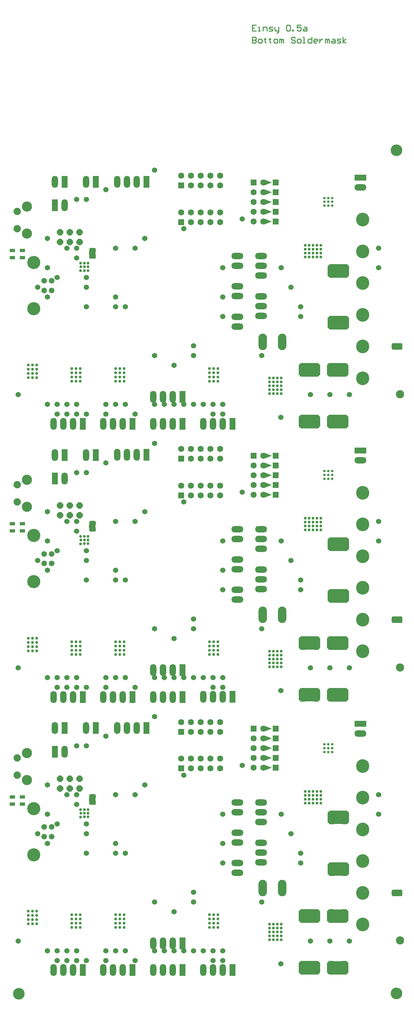
<source format=gbs>
G04 Layer_Color=16711935*
%FSLAX24Y24*%
%MOIN*%
G70*
G01*
G75*
%ADD12C,0.0100*%
%ADD120C,0.0300*%
%ADD125C,0.0840*%
%ADD219C,0.0631*%
G04:AMPARAMS|DCode=222|XSize=118.7mil|YSize=118.7mil|CornerRadius=59.4mil|HoleSize=0mil|Usage=FLASHONLY|Rotation=90.000|XOffset=0mil|YOffset=0mil|HoleType=Round|Shape=RoundedRectangle|*
%AMROUNDEDRECTD222*
21,1,0.1187,0.0000,0,0,90.0*
21,1,0.0000,0.1187,0,0,90.0*
1,1,0.1187,0.0000,0.0000*
1,1,0.1187,0.0000,0.0000*
1,1,0.1187,0.0000,0.0000*
1,1,0.1187,0.0000,0.0000*
%
%ADD222ROUNDEDRECTD222*%
G04:AMPARAMS|DCode=268|XSize=54mil|YSize=54mil|CornerRadius=27mil|HoleSize=0mil|Usage=FLASHONLY|Rotation=270.000|XOffset=0mil|YOffset=0mil|HoleType=Round|Shape=RoundedRectangle|*
%AMROUNDEDRECTD268*
21,1,0.0540,0.0000,0,0,270.0*
21,1,0.0000,0.0540,0,0,270.0*
1,1,0.0540,0.0000,0.0000*
1,1,0.0540,0.0000,0.0000*
1,1,0.0540,0.0000,0.0000*
1,1,0.0540,0.0000,0.0000*
%
%ADD268ROUNDEDRECTD268*%
%ADD274O,0.1340X0.1400*%
%ADD275R,0.0631X0.0631*%
%ADD276C,0.0631*%
%ADD277O,0.0640X0.1240*%
%ADD278R,0.0640X0.1240*%
%ADD279R,0.0631X0.0631*%
%ADD280O,0.1240X0.0640*%
%ADD281O,0.0865X0.1690*%
%ADD282P,0.0714X8X22.5*%
%ADD283C,0.1345*%
%ADD284C,0.0580*%
%ADD285C,0.1040*%
%ADD286P,0.0801X8X292.5*%
G04:AMPARAMS|DCode=287|XSize=137mil|YSize=87mil|CornerRadius=0mil|HoleSize=0mil|Usage=FLASHONLY|Rotation=270.000|XOffset=0mil|YOffset=0mil|HoleType=Round|Shape=Octagon|*
%AMOCTAGOND287*
4,1,8,-0.0217,-0.0685,0.0217,-0.0685,0.0435,-0.0467,0.0435,0.0467,0.0217,0.0685,-0.0217,0.0685,-0.0435,0.0467,-0.0435,-0.0467,-0.0217,-0.0685,0.0*
%
%ADD287OCTAGOND287*%

%ADD288R,0.1240X0.0640*%
%ADD289C,0.0260*%
%ADD290R,0.0704X0.0354*%
%ADD291R,0.0354X0.0704*%
%ADD292R,0.0532X0.0375*%
%ADD293R,0.0631X0.0631*%
G04:AMPARAMS|DCode=294|XSize=54mil|YSize=54mil|CornerRadius=27mil|HoleSize=0mil|Usage=FLASHONLY|Rotation=0.000|XOffset=0mil|YOffset=0mil|HoleType=Round|Shape=RoundedRectangle|*
%AMROUNDEDRECTD294*
21,1,0.0540,0.0000,0,0,0.0*
21,1,0.0000,0.0540,0,0,0.0*
1,1,0.0540,0.0000,0.0000*
1,1,0.0540,0.0000,0.0000*
1,1,0.0540,0.0000,0.0000*
1,1,0.0540,0.0000,0.0000*
%
%ADD294ROUNDEDRECTD294*%
G04:AMPARAMS|DCode=295|XSize=50mil|YSize=67mil|CornerRadius=13.5mil|HoleSize=0mil|Usage=FLASHONLY|Rotation=270.000|XOffset=0mil|YOffset=0mil|HoleType=Round|Shape=RoundedRectangle|*
%AMROUNDEDRECTD295*
21,1,0.0500,0.0400,0,0,270.0*
21,1,0.0230,0.0670,0,0,270.0*
1,1,0.0270,-0.0200,-0.0115*
1,1,0.0270,-0.0200,0.0115*
1,1,0.0270,0.0200,0.0115*
1,1,0.0270,0.0200,-0.0115*
%
%ADD295ROUNDEDRECTD295*%
G04:AMPARAMS|DCode=296|XSize=50mil|YSize=67mil|CornerRadius=13.5mil|HoleSize=0mil|Usage=FLASHONLY|Rotation=180.000|XOffset=0mil|YOffset=0mil|HoleType=Round|Shape=RoundedRectangle|*
%AMROUNDEDRECTD296*
21,1,0.0500,0.0400,0,0,180.0*
21,1,0.0230,0.0670,0,0,180.0*
1,1,0.0270,-0.0115,0.0200*
1,1,0.0270,0.0115,0.0200*
1,1,0.0270,0.0115,-0.0200*
1,1,0.0270,-0.0115,-0.0200*
%
%ADD296ROUNDEDRECTD296*%
G36*
X29754Y84438D02*
X28964Y84138D01*
X29084Y84258D01*
Y84618D01*
X28964Y84738D01*
X29754Y84438D01*
D02*
G37*
G36*
Y83438D02*
X28964Y83138D01*
X29084Y83258D01*
Y83618D01*
X28964Y83738D01*
X29754Y83438D01*
D02*
G37*
G36*
Y82438D02*
X28964Y82138D01*
X29084Y82258D01*
Y82618D01*
X28964Y82738D01*
X29754Y82438D01*
D02*
G37*
G36*
Y81438D02*
X28964Y81138D01*
X29084Y81258D01*
Y81618D01*
X28964Y81738D01*
X29754Y81438D01*
D02*
G37*
G36*
Y80438D02*
X28964Y80138D01*
X29084Y80258D01*
Y80618D01*
X28964Y80738D01*
X29754Y80438D01*
D02*
G37*
G36*
X37017Y74667D02*
X36107D01*
Y76057D01*
X37017D01*
Y74667D01*
D02*
G37*
G36*
Y69367D02*
X36107D01*
Y70757D01*
X37017D01*
Y69367D01*
D02*
G37*
G36*
X34067Y64541D02*
X33157D01*
Y65931D01*
X34067D01*
Y64541D01*
D02*
G37*
G36*
X36967Y64537D02*
X36057D01*
Y65927D01*
X36967D01*
Y64537D01*
D02*
G37*
G36*
X34067Y59241D02*
X33157D01*
Y60631D01*
X34067D01*
Y59241D01*
D02*
G37*
G36*
X36967Y59237D02*
X36057D01*
Y60627D01*
X36967D01*
Y59237D01*
D02*
G37*
G36*
X29754Y56446D02*
X28964Y56146D01*
X29084Y56266D01*
Y56626D01*
X28964Y56746D01*
X29754Y56446D01*
D02*
G37*
G36*
Y55446D02*
X28964Y55146D01*
X29084Y55266D01*
Y55626D01*
X28964Y55746D01*
X29754Y55446D01*
D02*
G37*
G36*
Y54446D02*
X28964Y54146D01*
X29084Y54266D01*
Y54626D01*
X28964Y54746D01*
X29754Y54446D01*
D02*
G37*
G36*
Y53446D02*
X28964Y53146D01*
X29084Y53266D01*
Y53626D01*
X28964Y53746D01*
X29754Y53446D01*
D02*
G37*
G36*
Y52446D02*
X28964Y52146D01*
X29084Y52266D01*
Y52626D01*
X28964Y52746D01*
X29754Y52446D01*
D02*
G37*
G36*
X37017Y46675D02*
X36107D01*
Y48065D01*
X37017D01*
Y46675D01*
D02*
G37*
G36*
Y41375D02*
X36107D01*
Y42765D01*
X37017D01*
Y41375D01*
D02*
G37*
G36*
X34067Y36549D02*
X33157D01*
Y37939D01*
X34067D01*
Y36549D01*
D02*
G37*
G36*
X36967Y36545D02*
X36057D01*
Y37935D01*
X36967D01*
Y36545D01*
D02*
G37*
G36*
X34067Y31249D02*
X33157D01*
Y32639D01*
X34067D01*
Y31249D01*
D02*
G37*
G36*
X36967Y31245D02*
X36057D01*
Y32635D01*
X36967D01*
Y31245D01*
D02*
G37*
G36*
X29754Y28454D02*
X28964Y28154D01*
X29084Y28274D01*
Y28634D01*
X28964Y28754D01*
X29754Y28454D01*
D02*
G37*
G36*
Y27454D02*
X28964Y27154D01*
X29084Y27274D01*
Y27634D01*
X28964Y27754D01*
X29754Y27454D01*
D02*
G37*
G36*
Y26454D02*
X28964Y26154D01*
X29084Y26274D01*
Y26634D01*
X28964Y26754D01*
X29754Y26454D01*
D02*
G37*
G36*
Y25454D02*
X28964Y25154D01*
X29084Y25274D01*
Y25634D01*
X28964Y25754D01*
X29754Y25454D01*
D02*
G37*
G36*
Y24454D02*
X28964Y24154D01*
X29084Y24274D01*
Y24634D01*
X28964Y24754D01*
X29754Y24454D01*
D02*
G37*
G36*
X37017Y18683D02*
X36107D01*
Y20073D01*
X37017D01*
Y18683D01*
D02*
G37*
G36*
Y13383D02*
X36107D01*
Y14773D01*
X37017D01*
Y13383D01*
D02*
G37*
G36*
X34067Y8557D02*
X33157D01*
Y9947D01*
X34067D01*
Y8557D01*
D02*
G37*
G36*
X36967Y8553D02*
X36057D01*
Y9943D01*
X36967D01*
Y8553D01*
D02*
G37*
G36*
X34067Y3257D02*
X33157D01*
Y4647D01*
X34067D01*
Y3257D01*
D02*
G37*
G36*
X36967Y3253D02*
X36057D01*
Y4643D01*
X36967D01*
Y3253D01*
D02*
G37*
G54D12*
X27728Y99328D02*
Y98728D01*
X28028D01*
X28128Y98828D01*
Y98928D01*
X28028Y99028D01*
X27728D01*
X28028D01*
X28128Y99128D01*
Y99228D01*
X28028Y99328D01*
X27728D01*
X28428Y98728D02*
X28628D01*
X28728Y98828D01*
Y99028D01*
X28628Y99128D01*
X28428D01*
X28328Y99028D01*
Y98828D01*
X28428Y98728D01*
X29028Y99228D02*
Y99128D01*
X28928D01*
X29128D01*
X29028D01*
Y98828D01*
X29128Y98728D01*
X29528Y99228D02*
Y99128D01*
X29428D01*
X29628D01*
X29528D01*
Y98828D01*
X29628Y98728D01*
X30028D02*
X30228D01*
X30328Y98828D01*
Y99028D01*
X30228Y99128D01*
X30028D01*
X29928Y99028D01*
Y98828D01*
X30028Y98728D01*
X30527D02*
Y99128D01*
X30627D01*
X30727Y99028D01*
Y98728D01*
Y99028D01*
X30827Y99128D01*
X30927Y99028D01*
Y98728D01*
X32127Y99228D02*
X32027Y99328D01*
X31827D01*
X31727Y99228D01*
Y99128D01*
X31827Y99028D01*
X32027D01*
X32127Y98928D01*
Y98828D01*
X32027Y98728D01*
X31827D01*
X31727Y98828D01*
X32427Y98728D02*
X32627D01*
X32727Y98828D01*
Y99028D01*
X32627Y99128D01*
X32427D01*
X32327Y99028D01*
Y98828D01*
X32427Y98728D01*
X32927D02*
X33127D01*
X33027D01*
Y99328D01*
X32927D01*
X33826D02*
Y98728D01*
X33526D01*
X33426Y98828D01*
Y99028D01*
X33526Y99128D01*
X33826D01*
X34326Y98728D02*
X34126D01*
X34026Y98828D01*
Y99028D01*
X34126Y99128D01*
X34326D01*
X34426Y99028D01*
Y98928D01*
X34026D01*
X34626Y99128D02*
Y98728D01*
Y98928D01*
X34726Y99028D01*
X34826Y99128D01*
X34926D01*
X35226Y98728D02*
Y99128D01*
X35326D01*
X35426Y99028D01*
Y98728D01*
Y99028D01*
X35526Y99128D01*
X35626Y99028D01*
Y98728D01*
X35926Y99128D02*
X36126D01*
X36226Y99028D01*
Y98728D01*
X35926D01*
X35826Y98828D01*
X35926Y98928D01*
X36226D01*
X36426Y98728D02*
X36725D01*
X36825Y98828D01*
X36725Y98928D01*
X36525D01*
X36426Y99028D01*
X36525Y99128D01*
X36825D01*
X37025Y98728D02*
Y99328D01*
Y98928D02*
X37325Y99128D01*
X37025Y98928D02*
X37325Y98728D01*
X28128Y100578D02*
X27728D01*
Y99978D01*
X28128D01*
X27728Y100278D02*
X27928D01*
X28328Y99978D02*
X28528D01*
X28428D01*
Y100378D01*
X28328D01*
X28828Y99978D02*
Y100378D01*
X29128D01*
X29228Y100278D01*
Y99978D01*
X29428D02*
X29728D01*
X29828Y100078D01*
X29728Y100178D01*
X29528D01*
X29428Y100278D01*
X29528Y100378D01*
X29828D01*
X30028D02*
Y100078D01*
X30128Y99978D01*
X30427D01*
Y99878D01*
X30328Y99778D01*
X30228D01*
X30427Y99978D02*
Y100378D01*
X31227Y100478D02*
X31327Y100578D01*
X31527D01*
X31627Y100478D01*
Y100078D01*
X31527Y99978D01*
X31327D01*
X31227Y100078D01*
Y100478D01*
X31827Y99978D02*
Y100078D01*
X31927D01*
Y99978D01*
X31827D01*
X32727Y100578D02*
X32327D01*
Y100278D01*
X32527Y100378D01*
X32627D01*
X32727Y100278D01*
Y100078D01*
X32627Y99978D01*
X32427D01*
X32327Y100078D01*
X33027Y100378D02*
X33227D01*
X33327Y100278D01*
Y99978D01*
X33027D01*
X32927Y100078D01*
X33027Y100178D01*
X33327D01*
G54D120*
X10497Y19797D02*
D03*
Y20171D02*
D03*
X10120Y20174D02*
D03*
X10125Y19797D02*
D03*
X10123Y19413D02*
D03*
X10497Y19423D02*
D03*
X10871D02*
D03*
Y19797D02*
D03*
Y20171D02*
D03*
X34358Y20825D02*
D03*
X34758D02*
D03*
Y21225D02*
D03*
X34358D02*
D03*
Y21625D02*
D03*
X34758D02*
D03*
Y22025D02*
D03*
X34358D02*
D03*
X33558D02*
D03*
X33158D02*
D03*
Y21625D02*
D03*
X33558D02*
D03*
Y21225D02*
D03*
X33158D02*
D03*
Y20825D02*
D03*
X33558D02*
D03*
X33958D02*
D03*
Y21225D02*
D03*
Y22025D02*
D03*
Y21625D02*
D03*
X29905Y7614D02*
D03*
X29505D02*
D03*
X30305D02*
D03*
X30705D02*
D03*
Y7214D02*
D03*
Y6814D02*
D03*
X30305D02*
D03*
Y7214D02*
D03*
X29905D02*
D03*
Y6814D02*
D03*
X29505D02*
D03*
Y7214D02*
D03*
Y8014D02*
D03*
Y8414D02*
D03*
X29905D02*
D03*
Y8014D02*
D03*
X30305D02*
D03*
Y8414D02*
D03*
X30705D02*
D03*
Y8014D02*
D03*
X4740Y9747D02*
D03*
X5606Y8448D02*
D03*
X5173D02*
D03*
X4740D02*
D03*
X5606Y8881D02*
D03*
X5173D02*
D03*
X4740D02*
D03*
X5606Y9314D02*
D03*
X5173D02*
D03*
X4740D02*
D03*
X5606Y9747D02*
D03*
X5173D02*
D03*
X9647Y9387D02*
D03*
X10080D02*
D03*
X9214Y8954D02*
D03*
X9647D02*
D03*
X10080D02*
D03*
X9214Y8521D02*
D03*
X9647D02*
D03*
X10080D02*
D03*
X9214Y8088D02*
D03*
X9647D02*
D03*
X10080D02*
D03*
X9214Y9387D02*
D03*
X13714D02*
D03*
X14580Y8088D02*
D03*
X14147D02*
D03*
X13714D02*
D03*
X14580Y8521D02*
D03*
X14147D02*
D03*
X13714D02*
D03*
X14580Y8954D02*
D03*
X14147D02*
D03*
X13714D02*
D03*
X14580Y9387D02*
D03*
X14147D02*
D03*
X23787D02*
D03*
X24220D02*
D03*
X23354Y8954D02*
D03*
X23787D02*
D03*
X24220D02*
D03*
X23354Y8521D02*
D03*
X23787D02*
D03*
X24220D02*
D03*
X23354Y8088D02*
D03*
X23787D02*
D03*
X24220D02*
D03*
X23354Y9387D02*
D03*
X10497Y47789D02*
D03*
Y48163D02*
D03*
X10120Y48167D02*
D03*
X10125Y47789D02*
D03*
X10123Y47405D02*
D03*
X10497Y47415D02*
D03*
X10871D02*
D03*
Y47789D02*
D03*
Y48163D02*
D03*
X34358Y48817D02*
D03*
X34758D02*
D03*
Y49217D02*
D03*
X34358D02*
D03*
Y49617D02*
D03*
X34758D02*
D03*
Y50017D02*
D03*
X34358D02*
D03*
X33558D02*
D03*
X33158D02*
D03*
Y49617D02*
D03*
X33558D02*
D03*
Y49217D02*
D03*
X33158D02*
D03*
Y48817D02*
D03*
X33558D02*
D03*
X33958D02*
D03*
Y49217D02*
D03*
Y50017D02*
D03*
Y49617D02*
D03*
X29905Y35606D02*
D03*
X29505D02*
D03*
X30305D02*
D03*
X30705D02*
D03*
Y35206D02*
D03*
Y34806D02*
D03*
X30305D02*
D03*
Y35206D02*
D03*
X29905D02*
D03*
Y34806D02*
D03*
X29505D02*
D03*
Y35206D02*
D03*
Y36006D02*
D03*
Y36406D02*
D03*
X29905D02*
D03*
Y36006D02*
D03*
X30305D02*
D03*
Y36406D02*
D03*
X30705D02*
D03*
Y36006D02*
D03*
X4740Y37739D02*
D03*
X5606Y36440D02*
D03*
X5173D02*
D03*
X4740D02*
D03*
X5606Y36873D02*
D03*
X5173D02*
D03*
X4740D02*
D03*
X5606Y37306D02*
D03*
X5173D02*
D03*
X4740D02*
D03*
X5606Y37739D02*
D03*
X5173D02*
D03*
X9647Y37379D02*
D03*
X10080D02*
D03*
X9214Y36946D02*
D03*
X9647D02*
D03*
X10080D02*
D03*
X9214Y36513D02*
D03*
X9647D02*
D03*
X10080D02*
D03*
X9214Y36080D02*
D03*
X9647D02*
D03*
X10080D02*
D03*
X9214Y37379D02*
D03*
X13714D02*
D03*
X14580Y36080D02*
D03*
X14147D02*
D03*
X13714D02*
D03*
X14580Y36513D02*
D03*
X14147D02*
D03*
X13714D02*
D03*
X14580Y36946D02*
D03*
X14147D02*
D03*
X13714D02*
D03*
X14580Y37379D02*
D03*
X14147D02*
D03*
X23787D02*
D03*
X24220D02*
D03*
X23354Y36946D02*
D03*
X23787D02*
D03*
X24220D02*
D03*
X23354Y36513D02*
D03*
X23787D02*
D03*
X24220D02*
D03*
X23354Y36080D02*
D03*
X23787D02*
D03*
X24220D02*
D03*
X23354Y37379D02*
D03*
X10497Y75781D02*
D03*
Y76155D02*
D03*
X10120Y76159D02*
D03*
X10125Y75781D02*
D03*
X10123Y75397D02*
D03*
X10497Y75407D02*
D03*
X10871D02*
D03*
Y75781D02*
D03*
Y76155D02*
D03*
X34358Y76809D02*
D03*
X34758D02*
D03*
Y77209D02*
D03*
X34358D02*
D03*
Y77609D02*
D03*
X34758D02*
D03*
Y78009D02*
D03*
X34358D02*
D03*
X33558D02*
D03*
X33158D02*
D03*
Y77609D02*
D03*
X33558D02*
D03*
Y77209D02*
D03*
X33158D02*
D03*
Y76809D02*
D03*
X33558D02*
D03*
X33958D02*
D03*
Y77209D02*
D03*
Y78009D02*
D03*
Y77609D02*
D03*
X29905Y63598D02*
D03*
X29505D02*
D03*
X30305D02*
D03*
X30705D02*
D03*
Y63198D02*
D03*
Y62798D02*
D03*
X30305D02*
D03*
Y63198D02*
D03*
X29905D02*
D03*
Y62798D02*
D03*
X29505D02*
D03*
Y63198D02*
D03*
Y63998D02*
D03*
Y64398D02*
D03*
X29905D02*
D03*
Y63998D02*
D03*
X30305D02*
D03*
Y64398D02*
D03*
X30705D02*
D03*
Y63998D02*
D03*
X4740Y65731D02*
D03*
X5606Y64432D02*
D03*
X5173D02*
D03*
X4740D02*
D03*
X5606Y64865D02*
D03*
X5173D02*
D03*
X4740D02*
D03*
X5606Y65298D02*
D03*
X5173D02*
D03*
X4740D02*
D03*
X5606Y65731D02*
D03*
X5173D02*
D03*
X9647Y65371D02*
D03*
X10080D02*
D03*
X9214Y64938D02*
D03*
X9647D02*
D03*
X10080D02*
D03*
X9214Y64505D02*
D03*
X9647D02*
D03*
X10080D02*
D03*
X9214Y64072D02*
D03*
X9647D02*
D03*
X10080D02*
D03*
X9214Y65371D02*
D03*
X13714D02*
D03*
X14580Y64072D02*
D03*
X14147D02*
D03*
X13714D02*
D03*
X14580Y64505D02*
D03*
X14147D02*
D03*
X13714D02*
D03*
X14580Y64938D02*
D03*
X14147D02*
D03*
X13714D02*
D03*
X14580Y65371D02*
D03*
X14147D02*
D03*
X23787D02*
D03*
X24220D02*
D03*
X23354Y64938D02*
D03*
X23787D02*
D03*
X24220D02*
D03*
X23354Y64505D02*
D03*
X23787D02*
D03*
X24220D02*
D03*
X23354Y64072D02*
D03*
X23787D02*
D03*
X24220D02*
D03*
X23354Y65371D02*
D03*
G54D125*
X42904Y6752D02*
D03*
Y34744D02*
D03*
Y62736D02*
D03*
G54D219*
X28864Y24454D02*
D03*
Y25454D02*
D03*
Y26454D02*
D03*
Y27454D02*
D03*
Y28454D02*
D03*
Y52446D02*
D03*
Y53446D02*
D03*
Y54446D02*
D03*
Y55446D02*
D03*
Y56446D02*
D03*
Y80438D02*
D03*
Y81438D02*
D03*
Y82438D02*
D03*
Y83438D02*
D03*
Y84438D02*
D03*
G54D222*
X42528Y87726D02*
D03*
Y1328D02*
D03*
X3789Y1289D02*
D03*
G54D268*
X7697Y4697D02*
D03*
X8697D02*
D03*
X9697D02*
D03*
X10697D02*
D03*
X12697D02*
D03*
X15697D02*
D03*
X23697D02*
D03*
X24697D02*
D03*
X32697Y14697D02*
D03*
X31697Y17697D02*
D03*
X30697Y19697D02*
D03*
X21697Y5697D02*
D03*
X23697D02*
D03*
X22697D02*
D03*
X24697D02*
D03*
X17697D02*
D03*
X19697D02*
D03*
X18697D02*
D03*
X20697D02*
D03*
X9697D02*
D03*
X13697D02*
D03*
X12697D02*
D03*
X14697D02*
D03*
X3697Y6697D02*
D03*
X30667Y4377D02*
D03*
X24697Y14697D02*
D03*
X26697Y24697D02*
D03*
X7697Y5697D02*
D03*
X6697D02*
D03*
X8697D02*
D03*
X17697Y10697D02*
D03*
X19697Y9697D02*
D03*
X21697Y10697D02*
D03*
X7697Y18697D02*
D03*
X6697Y19697D02*
D03*
X16697Y22697D02*
D03*
X10697Y26697D02*
D03*
X21697Y11697D02*
D03*
X7697Y32689D02*
D03*
X8697D02*
D03*
X9697D02*
D03*
X10697D02*
D03*
X12697D02*
D03*
X15697D02*
D03*
X23697D02*
D03*
X24697D02*
D03*
X32697Y42689D02*
D03*
X31697Y45689D02*
D03*
X30697Y47689D02*
D03*
X21697Y33689D02*
D03*
X23697D02*
D03*
X22697D02*
D03*
X24697D02*
D03*
X17697D02*
D03*
X19697D02*
D03*
X18697D02*
D03*
X20697D02*
D03*
X9697D02*
D03*
X13697D02*
D03*
X12697D02*
D03*
X14697D02*
D03*
X3697Y34689D02*
D03*
X30667Y32369D02*
D03*
X24697Y42689D02*
D03*
X26697Y52689D02*
D03*
X7697Y33689D02*
D03*
X6697D02*
D03*
X8697D02*
D03*
X17697Y38689D02*
D03*
X19697Y37689D02*
D03*
X21697Y38689D02*
D03*
X7697Y46689D02*
D03*
X6697Y47689D02*
D03*
X16697Y50689D02*
D03*
X10697Y54689D02*
D03*
X21697Y39689D02*
D03*
X7697Y60681D02*
D03*
X8697D02*
D03*
X9697D02*
D03*
X10697D02*
D03*
X12697D02*
D03*
X15697D02*
D03*
X23697D02*
D03*
X24697D02*
D03*
X32697Y70681D02*
D03*
X31697Y73681D02*
D03*
X30697Y75681D02*
D03*
X21697Y61681D02*
D03*
X23697D02*
D03*
X22697D02*
D03*
X24697D02*
D03*
X17697D02*
D03*
X19697D02*
D03*
X18697D02*
D03*
X20697D02*
D03*
X9697D02*
D03*
X13697D02*
D03*
X12697D02*
D03*
X14697D02*
D03*
X3697Y62681D02*
D03*
X30667Y60361D02*
D03*
X24697Y70681D02*
D03*
X26697Y80681D02*
D03*
X7697Y61681D02*
D03*
X6697D02*
D03*
X8697D02*
D03*
X17697Y66681D02*
D03*
X19697Y65681D02*
D03*
X21697Y66681D02*
D03*
X7697Y74681D02*
D03*
X6697Y75681D02*
D03*
X16697Y78681D02*
D03*
X10697Y82681D02*
D03*
X21697Y67681D02*
D03*
G54D274*
X39067Y24642D02*
D03*
Y21392D02*
D03*
Y18142D02*
D03*
Y14892D02*
D03*
Y11642D02*
D03*
Y8392D02*
D03*
Y52634D02*
D03*
Y49384D02*
D03*
Y46134D02*
D03*
Y42884D02*
D03*
Y39634D02*
D03*
Y36384D02*
D03*
Y80626D02*
D03*
Y77376D02*
D03*
Y74126D02*
D03*
Y70876D02*
D03*
Y67626D02*
D03*
Y64376D02*
D03*
G54D275*
X27864Y28454D02*
D03*
Y56446D02*
D03*
Y84438D02*
D03*
G54D276*
Y27454D02*
D03*
Y26454D02*
D03*
Y25454D02*
D03*
Y24454D02*
D03*
X24437Y25387D02*
D03*
Y24387D02*
D03*
X23437Y25387D02*
D03*
Y24387D02*
D03*
X22437Y25387D02*
D03*
Y24387D02*
D03*
X21437Y25387D02*
D03*
Y24387D02*
D03*
X20437Y25387D02*
D03*
X24437Y29137D02*
D03*
Y28137D02*
D03*
X23437Y29137D02*
D03*
Y28137D02*
D03*
X22437Y29137D02*
D03*
Y28137D02*
D03*
X21437Y29137D02*
D03*
Y28137D02*
D03*
X20437Y29137D02*
D03*
X27864Y55446D02*
D03*
Y54446D02*
D03*
Y53446D02*
D03*
Y52446D02*
D03*
X24437Y53379D02*
D03*
Y52379D02*
D03*
X23437Y53379D02*
D03*
Y52379D02*
D03*
X22437Y53379D02*
D03*
Y52379D02*
D03*
X21437Y53379D02*
D03*
Y52379D02*
D03*
X20437Y53379D02*
D03*
X24437Y57129D02*
D03*
Y56129D02*
D03*
X23437Y57129D02*
D03*
Y56129D02*
D03*
X22437Y57129D02*
D03*
Y56129D02*
D03*
X21437Y57129D02*
D03*
Y56129D02*
D03*
X20437Y57129D02*
D03*
X27864Y83438D02*
D03*
Y82438D02*
D03*
Y81438D02*
D03*
Y80438D02*
D03*
X24437Y81371D02*
D03*
Y80371D02*
D03*
X23437Y81371D02*
D03*
Y80371D02*
D03*
X22437Y81371D02*
D03*
Y80371D02*
D03*
X21437Y81371D02*
D03*
Y80371D02*
D03*
X20437Y81371D02*
D03*
X24437Y85121D02*
D03*
Y84121D02*
D03*
X23437Y85121D02*
D03*
Y84121D02*
D03*
X22437Y85121D02*
D03*
Y84121D02*
D03*
X21437Y85121D02*
D03*
Y84121D02*
D03*
X20437Y85121D02*
D03*
G54D277*
X7339Y3719D02*
D03*
X8339D02*
D03*
X9339D02*
D03*
X14457D02*
D03*
X13457D02*
D03*
X12457D02*
D03*
X17576Y6475D02*
D03*
X18576D02*
D03*
X19576D02*
D03*
Y3719D02*
D03*
X18576D02*
D03*
X17576D02*
D03*
X22698Y3723D02*
D03*
X23698D02*
D03*
X24698D02*
D03*
X15859Y28524D02*
D03*
X14859D02*
D03*
X13859D02*
D03*
X10679Y28519D02*
D03*
X7469D02*
D03*
X8469Y26109D02*
D03*
X7339Y31711D02*
D03*
X8339D02*
D03*
X9339D02*
D03*
X14457D02*
D03*
X13457D02*
D03*
X12457D02*
D03*
X17576Y34467D02*
D03*
X18576D02*
D03*
X19576D02*
D03*
Y31711D02*
D03*
X18576D02*
D03*
X17576D02*
D03*
X22698Y31715D02*
D03*
X23698D02*
D03*
X24698D02*
D03*
X15859Y56516D02*
D03*
X14859D02*
D03*
X13859D02*
D03*
X10679Y56512D02*
D03*
X7469D02*
D03*
X8469Y54102D02*
D03*
X7339Y59704D02*
D03*
X8339D02*
D03*
X9339D02*
D03*
X14457D02*
D03*
X13457D02*
D03*
X12457D02*
D03*
X17576Y62460D02*
D03*
X18576D02*
D03*
X19576D02*
D03*
Y59704D02*
D03*
X18576D02*
D03*
X17576D02*
D03*
X22698Y59708D02*
D03*
X23698D02*
D03*
X24698D02*
D03*
X15859Y84508D02*
D03*
X14859D02*
D03*
X13859D02*
D03*
X10679Y84504D02*
D03*
X7469D02*
D03*
X8469Y82094D02*
D03*
G54D278*
X10339Y3719D02*
D03*
X15457D02*
D03*
X20576Y6475D02*
D03*
Y3719D02*
D03*
X25698Y3723D02*
D03*
X16859Y28524D02*
D03*
X11679Y28519D02*
D03*
X8469D02*
D03*
X7469Y26109D02*
D03*
X10339Y31711D02*
D03*
X15457D02*
D03*
X20576Y34467D02*
D03*
Y31711D02*
D03*
X25698Y31715D02*
D03*
X16859Y56516D02*
D03*
X11679Y56512D02*
D03*
X8469D02*
D03*
X7469Y54102D02*
D03*
X10339Y59704D02*
D03*
X15457D02*
D03*
X20576Y62460D02*
D03*
Y59704D02*
D03*
X25698Y59708D02*
D03*
X16859Y84508D02*
D03*
X11679Y84504D02*
D03*
X8469D02*
D03*
X7469Y82094D02*
D03*
G54D279*
X20437Y24387D02*
D03*
Y28137D02*
D03*
Y52379D02*
D03*
Y56129D02*
D03*
Y80371D02*
D03*
Y84121D02*
D03*
G54D280*
X28627Y16767D02*
D03*
Y15767D02*
D03*
Y14767D02*
D03*
X28637Y20907D02*
D03*
Y19907D02*
D03*
Y18907D02*
D03*
X26201Y19913D02*
D03*
Y20913D02*
D03*
Y13693D02*
D03*
Y14693D02*
D03*
X38847Y27957D02*
D03*
X26201Y16803D02*
D03*
Y17803D02*
D03*
X28627Y44759D02*
D03*
Y43759D02*
D03*
Y42759D02*
D03*
X28637Y48899D02*
D03*
Y47899D02*
D03*
Y46899D02*
D03*
X26201Y47906D02*
D03*
Y48906D02*
D03*
Y41685D02*
D03*
Y42685D02*
D03*
X38847Y55949D02*
D03*
X26201Y44795D02*
D03*
Y45795D02*
D03*
X28627Y72751D02*
D03*
Y71751D02*
D03*
Y70751D02*
D03*
X28637Y76891D02*
D03*
Y75891D02*
D03*
Y74891D02*
D03*
X26201Y75898D02*
D03*
Y76898D02*
D03*
Y69677D02*
D03*
Y70677D02*
D03*
X38847Y83941D02*
D03*
X26201Y72787D02*
D03*
Y73787D02*
D03*
G54D281*
X30807Y12127D02*
D03*
X28807D02*
D03*
X30807Y40119D02*
D03*
X28807D02*
D03*
X30807Y68111D02*
D03*
X28807D02*
D03*
G54D282*
X10022Y23342D02*
D03*
Y22342D02*
D03*
X9022Y23342D02*
D03*
Y22342D02*
D03*
X8022Y23342D02*
D03*
Y22342D02*
D03*
X10022Y51335D02*
D03*
Y50335D02*
D03*
X9022Y51335D02*
D03*
Y50335D02*
D03*
X8022Y51335D02*
D03*
Y50335D02*
D03*
X10022Y79327D02*
D03*
Y78327D02*
D03*
X9022Y79327D02*
D03*
Y78327D02*
D03*
X8022Y79327D02*
D03*
Y78327D02*
D03*
G54D283*
X5295Y15524D02*
D03*
Y20256D02*
D03*
Y43516D02*
D03*
Y48248D02*
D03*
Y71508D02*
D03*
Y76240D02*
D03*
G54D284*
X6365Y17394D02*
D03*
Y18386D02*
D03*
X7155D02*
D03*
Y17394D02*
D03*
X6365Y45386D02*
D03*
Y46378D02*
D03*
X7155D02*
D03*
Y45386D02*
D03*
X6365Y73378D02*
D03*
Y74370D02*
D03*
X7155D02*
D03*
Y73378D02*
D03*
G54D285*
X4604Y23207D02*
D03*
Y25967D02*
D03*
Y51199D02*
D03*
Y53959D02*
D03*
Y79191D02*
D03*
Y81951D02*
D03*
G54D286*
X3624Y23697D02*
D03*
Y25477D02*
D03*
Y51689D02*
D03*
Y53469D02*
D03*
Y79681D02*
D03*
Y81461D02*
D03*
G54D287*
X34286Y9251D02*
D03*
X32946D02*
D03*
Y3951D02*
D03*
X34286D02*
D03*
X35897Y19377D02*
D03*
X37237D02*
D03*
Y14077D02*
D03*
X35897D02*
D03*
X37187Y9247D02*
D03*
X35847D02*
D03*
Y3947D02*
D03*
X37187D02*
D03*
X34286Y37243D02*
D03*
X32946D02*
D03*
Y31943D02*
D03*
X34286D02*
D03*
X35897Y47369D02*
D03*
X37237D02*
D03*
Y42069D02*
D03*
X35897D02*
D03*
X37187Y37239D02*
D03*
X35847D02*
D03*
Y31939D02*
D03*
X37187D02*
D03*
X34286Y65235D02*
D03*
X32946D02*
D03*
Y59935D02*
D03*
X34286D02*
D03*
X35897Y75361D02*
D03*
X37237D02*
D03*
Y70061D02*
D03*
X35897D02*
D03*
X37187Y65231D02*
D03*
X35847D02*
D03*
Y59931D02*
D03*
X37187D02*
D03*
G54D288*
X38847Y28957D02*
D03*
Y56949D02*
D03*
Y84941D02*
D03*
G54D289*
X35544Y26463D02*
D03*
X35150D02*
D03*
Y26856D02*
D03*
X35544D02*
D03*
X35937D02*
D03*
Y26463D02*
D03*
Y26069D02*
D03*
X35544D02*
D03*
X35150D02*
D03*
X35544Y54455D02*
D03*
X35150D02*
D03*
Y54848D02*
D03*
X35544D02*
D03*
X35937D02*
D03*
Y54455D02*
D03*
Y54061D02*
D03*
X35544D02*
D03*
X35150D02*
D03*
X35544Y82447D02*
D03*
X35150D02*
D03*
Y82841D02*
D03*
X35544D02*
D03*
X35937D02*
D03*
Y82447D02*
D03*
Y82053D02*
D03*
X35544D02*
D03*
X35150D02*
D03*
G54D290*
X11321Y21201D02*
D03*
Y49193D02*
D03*
Y77185D02*
D03*
G54D291*
X42617Y11645D02*
D03*
Y39637D02*
D03*
Y67629D02*
D03*
G54D292*
X3119Y21464D02*
D03*
Y20735D02*
D03*
X4139Y21464D02*
D03*
Y20735D02*
D03*
X3119Y49456D02*
D03*
Y48727D02*
D03*
X4139Y49456D02*
D03*
Y48727D02*
D03*
X3119Y77448D02*
D03*
Y76719D02*
D03*
X4139Y77448D02*
D03*
Y76719D02*
D03*
G54D293*
X30144Y24454D02*
D03*
Y25454D02*
D03*
Y26454D02*
D03*
Y27454D02*
D03*
Y28454D02*
D03*
Y52446D02*
D03*
Y53446D02*
D03*
Y54446D02*
D03*
Y55446D02*
D03*
Y56446D02*
D03*
Y80438D02*
D03*
Y81438D02*
D03*
Y82438D02*
D03*
Y83438D02*
D03*
Y84438D02*
D03*
G54D294*
X37697Y6697D02*
D03*
X35697D02*
D03*
X33697D02*
D03*
X17697Y29697D02*
D03*
X5697Y17697D02*
D03*
X6697Y16697D02*
D03*
X9697Y21697D02*
D03*
X6697Y22697D02*
D03*
X8697Y21697D02*
D03*
X9697Y20697D02*
D03*
X12707Y27697D02*
D03*
X9697Y26697D02*
D03*
X15697Y21697D02*
D03*
X20697Y23697D02*
D03*
X13697Y21697D02*
D03*
X24697Y19697D02*
D03*
Y16697D02*
D03*
X32697Y15697D02*
D03*
X40697Y19697D02*
D03*
X28697Y10697D02*
D03*
X40697Y21697D02*
D03*
X10697Y15697D02*
D03*
Y17697D02*
D03*
Y18697D02*
D03*
X13697Y16697D02*
D03*
X14697Y15697D02*
D03*
X13697D02*
D03*
X37697Y34689D02*
D03*
X35697D02*
D03*
X33697D02*
D03*
X17697Y57689D02*
D03*
X5697Y45689D02*
D03*
X6697Y44689D02*
D03*
X9697Y49689D02*
D03*
X6697Y50689D02*
D03*
X8697Y49689D02*
D03*
X9697Y48689D02*
D03*
X12707Y55689D02*
D03*
X9697Y54689D02*
D03*
X15697Y49689D02*
D03*
X20697Y51689D02*
D03*
X13697Y49689D02*
D03*
X24697Y47689D02*
D03*
Y44689D02*
D03*
X32697Y43689D02*
D03*
X40697Y47689D02*
D03*
X28697Y38689D02*
D03*
X40697Y49689D02*
D03*
X10697Y43689D02*
D03*
Y45689D02*
D03*
Y46689D02*
D03*
X13697Y44689D02*
D03*
X14697Y43689D02*
D03*
X13697D02*
D03*
X37697Y62681D02*
D03*
X35697D02*
D03*
X33697D02*
D03*
X17697Y85681D02*
D03*
X5697Y73681D02*
D03*
X6697Y72681D02*
D03*
X9697Y77681D02*
D03*
X6697Y78681D02*
D03*
X8697Y77681D02*
D03*
X9697Y76681D02*
D03*
X12707Y83681D02*
D03*
X9697Y82681D02*
D03*
X15697Y77681D02*
D03*
X20697Y79681D02*
D03*
X13697Y77681D02*
D03*
X24697Y75681D02*
D03*
Y72681D02*
D03*
X32697Y71681D02*
D03*
X40697Y75681D02*
D03*
X28697Y66681D02*
D03*
X40697Y77681D02*
D03*
X10697Y71681D02*
D03*
Y73681D02*
D03*
Y74681D02*
D03*
X13697Y72681D02*
D03*
X14697Y71681D02*
D03*
X13697D02*
D03*
G54D295*
X11329Y20891D02*
D03*
Y21491D02*
D03*
Y48883D02*
D03*
Y49483D02*
D03*
Y76875D02*
D03*
Y77475D02*
D03*
G54D296*
X42307Y11637D02*
D03*
X42907D02*
D03*
X42307Y39629D02*
D03*
X42907D02*
D03*
X42307Y67621D02*
D03*
X42907D02*
D03*
M02*

</source>
